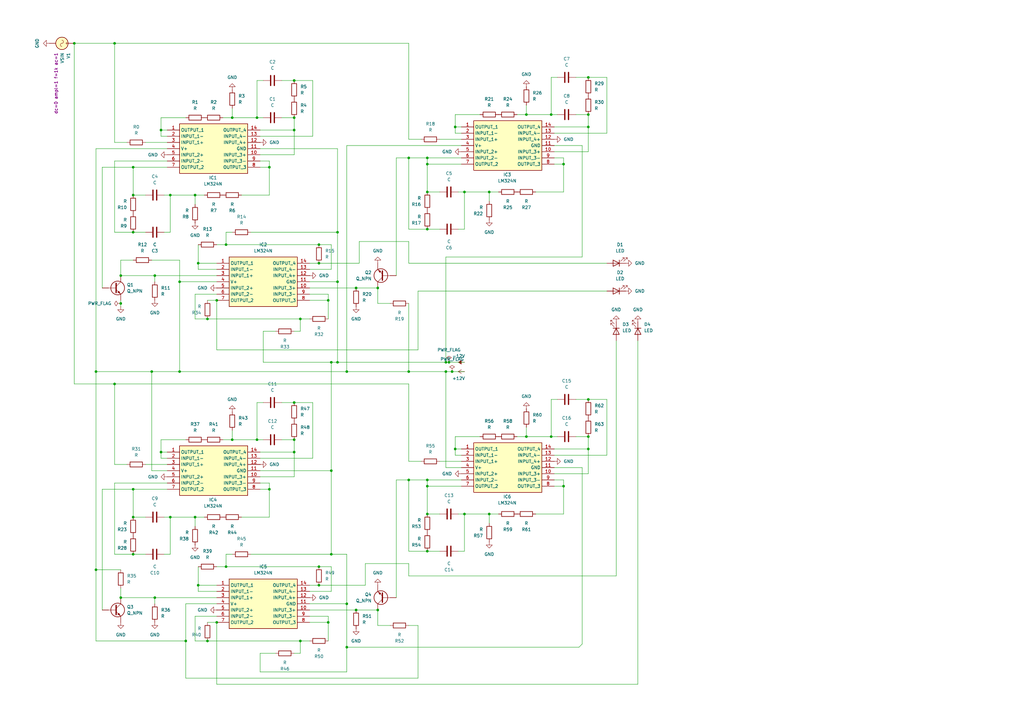
<source format=kicad_sch>
(kicad_sch (version 20250114) (generator "eeschema") (generator_version "9.0")
  (paper "A3")
  (junction (at 46.99 157.48))
  (junction (at 200.66 78.74))
  (junction (at 231.14 67.31))
  (junction (at 154.94 118.11))
  (junction (at 134.62 255.27))
  (junction (at 154.94 250.19))
  (junction (at 241.3 31.75))
  (junction (at 241.3 163.83))
  (junction (at 88.9 255.27))
  (junction (at 226.06 46.99))
  (junction (at 215.9 46.99))
  (junction (at 175.26 67.31))
  (junction (at 110.49 200.66))
  (junction (at 184.15 148.59))
  (junction (at 46.99 17.78))
  (junction (at 241.3 184.15))
  (junction (at 226.06 179.07))
  (junction (at 110.49 68.58))
  (junction (at 81.28 240.03))
  (junction (at 186.69 52.07))
  (junction (at 120.65 185.42))
  (junction (at 63.5 245.11))
  (junction (at 186.69 184.15))
  (junction (at 95.25 48.26))
  (junction (at 135.89 193.04))
  (junction (at 146.05 118.11))
  (junction (at 215.9 179.07))
  (junction (at 54.61 95.25))
  (junction (at 39.37 152.4))
  (junction (at 142.24 247.65))
  (junction (at 142.24 152.4))
  (junction (at 120.65 180.34))
  (junction (at 66.04 53.34))
  (junction (at 175.26 93.98))
  (junction (at 185.42 152.4))
  (junction (at 123.19 130.81))
  (junction (at 123.19 262.89))
  (junction (at 92.71 232.41))
  (junction (at 135.89 148.59))
  (junction (at 54.61 212.09))
  (junction (at 167.64 64.77))
  (junction (at 241.3 46.99))
  (junction (at 54.61 68.58))
  (junction (at 175.26 226.06))
  (junction (at 130.81 107.95))
  (junction (at 88.9 123.19))
  (junction (at 62.23 152.4))
  (junction (at 190.5 78.74))
  (junction (at 49.53 245.11))
  (junction (at 85.09 262.89))
  (junction (at 73.66 152.4))
  (junction (at 130.81 232.41))
  (junction (at 175.26 199.39))
  (junction (at 175.26 196.85))
  (junction (at 80.01 80.01))
  (junction (at 66.04 185.42))
  (junction (at 182.88 148.59))
  (junction (at 175.26 64.77))
  (junction (at 120.65 48.26))
  (junction (at 146.05 250.19))
  (junction (at 80.01 212.09))
  (junction (at 241.3 52.07))
  (junction (at 76.2 262.89))
  (junction (at 120.65 53.34))
  (junction (at 130.81 100.33))
  (junction (at 182.88 152.4))
  (junction (at 175.26 210.82))
  (junction (at 49.53 124.46))
  (junction (at 120.65 165.1))
  (junction (at 54.61 227.33))
  (junction (at 142.24 265.43))
  (junction (at 138.43 115.57))
  (junction (at 69.85 80.01))
  (junction (at 105.41 48.26))
  (junction (at 54.61 200.66))
  (junction (at 63.5 113.03))
  (junction (at 167.64 196.85))
  (junction (at 105.41 180.34))
  (junction (at 138.43 148.59))
  (junction (at 120.65 33.02))
  (junction (at 175.26 78.74))
  (junction (at 49.53 113.03))
  (junction (at 54.61 80.01))
  (junction (at 73.66 115.57))
  (junction (at 231.14 199.39))
  (junction (at 135.89 227.33))
  (junction (at 241.3 179.07))
  (junction (at 134.62 123.19))
  (junction (at 95.25 180.34))
  (junction (at 167.64 152.4))
  (junction (at 190.5 210.82))
  (junction (at 92.71 100.33))
  (junction (at 39.37 233.68))
  (junction (at 30.48 17.78))
  (junction (at 85.09 130.81))
  (junction (at 138.43 95.25))
  (junction (at 69.85 212.09))
  (junction (at 130.81 240.03))
  (junction (at 81.28 107.95))
  (junction (at 200.66 210.82))
  (wire (pts (xy 227.33 59.69) (xy 238.76 59.69)))
  (wire (pts (xy 106.68 53.34) (xy 120.65 53.34)))
  (wire (pts (xy 105.41 33.02) (xy 105.41 48.26)))
  (wire (pts (xy 76.2 247.65) (xy 88.9 247.65)))
  (wire (pts (xy 227.33 199.39) (xy 231.14 199.39)))
  (wire (pts (xy 69.85 95.25) (xy 69.85 80.01)))
  (wire (pts (xy 231.14 196.85) (xy 231.14 199.39)))
  (wire (pts (xy 62.23 152.4) (xy 62.23 193.04)))
  (wire (pts (xy 46.99 157.48) (xy 46.99 190.5)))
  (wire (pts (xy 226.06 31.75) (xy 228.6 31.75)))
  (wire (pts (xy 175.26 64.77) (xy 175.26 67.31)))
  (wire (pts (xy 76.2 262.89) (xy 76.2 278.13)))
  (wire (pts (xy 54.61 200.66) (xy 54.61 212.09)))
  (wire (pts (xy 66.04 48.26) (xy 76.2 48.26)))
  (wire (pts (xy 88.9 280.67) (xy 261.62 280.67)))
  (wire (pts (xy 127 242.57) (xy 135.89 242.57)))
  (wire (pts (xy 138.43 115.57) (xy 138.43 148.59)))
  (wire (pts (xy 175.26 196.85) (xy 175.26 199.39)))
  (wire (pts (xy 46.99 198.12) (xy 68.58 198.12)))
  (wire (pts (xy 190.5 78.74) (xy 187.96 78.74)))
  (wire (pts (xy 171.45 119.38) (xy 248.92 119.38)))
  (wire (pts (xy 212.09 179.07) (xy 215.9 179.07)))
  (wire (pts (xy 128.27 165.1) (xy 128.27 187.96)))
  (wire (pts (xy 200.66 214.63) (xy 200.66 210.82)))
  (wire (pts (xy 81.28 240.03) (xy 88.9 240.03)))
  (wire (pts (xy 127 262.89) (xy 123.19 262.89)))
  (wire (pts (xy 175.26 226.06) (xy 167.64 226.06)))
  (wire (pts (xy 190.5 226.06) (xy 190.5 210.82)))
  (wire (pts (xy 231.14 64.77) (xy 231.14 67.31)))
  (wire (pts (xy 241.3 184.15) (xy 241.3 194.31)))
  (wire (pts (xy 49.53 245.11) (xy 63.5 245.11)))
  (wire (pts (xy 99.06 212.09) (xy 110.49 212.09)))
  (wire (pts (xy 88.9 255.27) (xy 88.9 280.67)))
  (wire (pts (xy 204.47 78.74) (xy 200.66 78.74)))
  (wire (pts (xy 154.94 124.46) (xy 160.02 124.46)))
  (wire (pts (xy 227.33 64.77) (xy 231.14 64.77)))
  (wire (pts (xy 49.53 113.03) (xy 63.5 113.03)))
  (wire (pts (xy 46.99 58.42) (xy 52.07 58.42)))
  (wire (pts (xy 135.89 148.59) (xy 138.43 148.59)))
  (wire (pts (xy 54.61 227.33) (xy 46.99 227.33)))
  (wire (pts (xy 49.53 124.46) (xy 49.53 123.19)))
  (wire (pts (xy 186.69 46.99) (xy 186.69 52.07)))
  (wire (pts (xy 175.26 196.85) (xy 189.23 196.85)))
  (wire (pts (xy 138.43 60.96) (xy 138.43 95.25)))
  (wire (pts (xy 167.64 231.14) (xy 167.64 236.22)))
  (wire (pts (xy 123.19 130.81) (xy 85.09 130.81)))
  (wire (pts (xy 127 247.65) (xy 142.24 247.65)))
  (wire (pts (xy 63.5 247.65) (xy 63.5 245.11)))
  (wire (pts (xy 69.85 212.09) (xy 67.31 212.09)))
  (wire (pts (xy 227.33 196.85) (xy 231.14 196.85)))
  (wire (pts (xy 83.82 80.01) (xy 80.01 80.01)))
  (wire (pts (xy 106.68 195.58) (xy 120.65 195.58)))
  (wire (pts (xy 227.33 62.23) (xy 241.3 62.23)))
  (wire (pts (xy 63.5 113.03) (xy 88.9 113.03)))
  (wire (pts (xy 154.94 118.11) (xy 146.05 118.11)))
  (wire (pts (xy 167.64 196.85) (xy 175.26 196.85)))
  (wire (pts (xy 135.89 232.41) (xy 135.89 242.57)))
  (wire (pts (xy 149.86 231.14) (xy 167.64 231.14)))
  (wire (pts (xy 106.68 66.04) (xy 110.49 66.04)))
  (wire (pts (xy 39.37 152.4) (xy 39.37 233.68)))
  (wire (pts (xy 231.14 67.31) (xy 231.14 78.74)))
  (wire (pts (xy 236.22 163.83) (xy 241.3 163.83)))
  (wire (pts (xy 182.88 105.41) (xy 182.88 148.59)))
  (wire (pts (xy 107.95 135.89) (xy 113.03 135.89)))
  (wire (pts (xy 62.23 106.68) (xy 73.66 106.68)))
  (wire (pts (xy 227.33 52.07) (xy 241.3 52.07)))
  (wire (pts (xy 62.23 152.4) (xy 73.66 152.4)))
  (wire (pts (xy 186.69 54.61) (xy 189.23 54.61)))
  (wire (pts (xy 95.25 44.45) (xy 95.25 48.26)))
  (wire (pts (xy 167.64 124.46) (xy 167.64 152.4)))
  (wire (pts (xy 212.09 46.99) (xy 215.9 46.99)))
  (wire (pts (xy 123.19 267.97) (xy 123.19 262.89)))
  (wire (pts (xy 39.37 233.68) (xy 39.37 262.89)))
  (wire (pts (xy 30.48 157.48) (xy 46.99 157.48)))
  (wire (pts (xy 226.06 179.07) (xy 228.6 179.07)))
  (wire (pts (xy 41.91 68.58) (xy 41.91 118.11)))
  (wire (pts (xy 63.5 115.57) (xy 63.5 113.03)))
  (wire (pts (xy 200.66 78.74) (xy 190.5 78.74)))
  (wire (pts (xy 115.57 165.1) (xy 120.65 165.1)))
  (wire (pts (xy 88.9 123.19) (xy 85.09 123.19)))
  (wire (pts (xy 106.68 68.58) (xy 110.49 68.58)))
  (wire (pts (xy 227.33 67.31) (xy 231.14 67.31)))
  (wire (pts (xy 127 240.03) (xy 130.81 240.03)))
  (wire (pts (xy 54.61 95.25) (xy 46.99 95.25)))
  (wire (pts (xy 92.71 95.25) (xy 95.25 95.25)))
  (wire (pts (xy 134.62 130.81) (xy 134.62 123.19)))
  (wire (pts (xy 252.73 236.22) (xy 252.73 139.7)))
  (wire (pts (xy 167.64 64.77) (xy 175.26 64.77)))
  (wire (pts (xy 135.89 148.59) (xy 135.89 193.04)))
  (wire (pts (xy 162.56 64.77) (xy 167.64 64.77)))
  (wire (pts (xy 88.9 123.19) (xy 88.9 143.51)))
  (wire (pts (xy 105.41 48.26) (xy 107.95 48.26)))
  (wire (pts (xy 248.92 163.83) (xy 248.92 186.69)))
  (wire (pts (xy 236.22 31.75) (xy 241.3 31.75)))
  (wire (pts (xy 134.62 255.27) (xy 134.62 252.73)))
  (wire (pts (xy 167.64 189.23) (xy 172.72 189.23)))
  (wire (pts (xy 130.81 100.33) (xy 135.89 100.33)))
  (wire (pts (xy 81.28 107.95) (xy 81.28 110.49)))
  (wire (pts (xy 147.32 99.06) (xy 167.64 99.06)))
  (wire (pts (xy 186.69 179.07) (xy 186.69 184.15)))
  (wire (pts (xy 167.64 17.78) (xy 46.99 17.78)))
  (wire (pts (xy 226.06 46.99) (xy 228.6 46.99)))
  (wire (pts (xy 128.27 33.02) (xy 128.27 55.88)))
  (wire (pts (xy 105.41 165.1) (xy 107.95 165.1)))
  (wire (pts (xy 127 130.81) (xy 123.19 130.81)))
  (wire (pts (xy 215.9 46.99) (xy 226.06 46.99)))
  (wire (pts (xy 59.69 58.42) (xy 68.58 58.42)))
  (wire (pts (xy 162.56 64.77) (xy 162.56 113.03)))
  (wire (pts (xy 227.33 54.61) (xy 248.92 54.61)))
  (wire (pts (xy 123.19 135.89) (xy 120.65 135.89)))
  (wire (pts (xy 138.43 95.25) (xy 138.43 115.57)))
  (wire (pts (xy 80.01 262.89) (xy 80.01 252.73)))
  (wire (pts (xy 186.69 184.15) (xy 186.69 186.69)))
  (wire (pts (xy 186.69 52.07) (xy 189.23 52.07)))
  (wire (pts (xy 54.61 68.58) (xy 54.61 80.01)))
  (wire (pts (xy 167.64 64.77) (xy 167.64 93.98)))
  (wire (pts (xy 142.24 152.4) (xy 167.64 152.4)))
  (wire (pts (xy 227.33 194.31) (xy 241.3 194.31)))
  (wire (pts (xy 81.28 110.49) (xy 88.9 110.49)))
  (wire (pts (xy 76.2 278.13) (xy 171.45 278.13)))
  (wire (pts (xy 171.45 119.38) (xy 171.45 143.51)))
  (wire (pts (xy 110.49 66.04) (xy 110.49 68.58)))
  (wire (pts (xy 105.41 180.34) (xy 107.95 180.34)))
  (wire (pts (xy 73.66 106.68) (xy 73.66 115.57)))
  (wire (pts (xy 171.45 256.54) (xy 171.45 278.13)))
  (wire (pts (xy 167.64 17.78) (xy 167.64 57.15)))
  (wire (pts (xy 167.64 107.95) (xy 248.92 107.95)))
  (wire (pts (xy 95.25 48.26) (xy 105.41 48.26)))
  (wire (pts (xy 66.04 180.34) (xy 66.04 185.42)))
  (wire (pts (xy 184.15 148.59) (xy 190.5 148.59)))
  (wire (pts (xy 91.44 48.26) (xy 95.25 48.26)))
  (wire (pts (xy 106.68 193.04) (xy 135.89 193.04)))
  (wire (pts (xy 59.69 227.33) (xy 54.61 227.33)))
  (wire (pts (xy 219.71 210.82) (xy 231.14 210.82)))
  (wire (pts (xy 46.99 190.5) (xy 52.07 190.5)))
  (wire (pts (xy 186.69 184.15) (xy 189.23 184.15)))
  (wire (pts (xy 120.65 48.26) (xy 120.65 53.34)))
  (wire (pts (xy 88.9 143.51) (xy 171.45 143.51)))
  (wire (pts (xy 59.69 80.01) (xy 54.61 80.01)))
  (wire (pts (xy 215.9 179.07) (xy 226.06 179.07)))
  (wire (pts (xy 88.9 252.73) (xy 80.01 252.73)))
  (wire (pts (xy 30.48 17.78) (xy 46.99 17.78)))
  (wire (pts (xy 115.57 33.02) (xy 120.65 33.02)))
  (wire (pts (xy 95.25 180.34) (xy 105.41 180.34)))
  (wire (pts (xy 88.9 255.27) (xy 85.09 255.27)))
  (wire (pts (xy 115.57 48.26) (xy 120.65 48.26)))
  (wire (pts (xy 162.56 196.85) (xy 162.56 245.11)))
  (wire (pts (xy 154.94 250.19) (xy 146.05 250.19)))
  (wire (pts (xy 106.68 198.12) (xy 110.49 198.12)))
  (wire (pts (xy 92.71 95.25) (xy 92.71 100.33)))
  (wire (pts (xy 182.88 152.4) (xy 182.88 191.77)))
  (wire (pts (xy 238.76 191.77) (xy 238.76 264.16)))
  (wire (pts (xy 175.26 67.31) (xy 189.23 67.31)))
  (wire (pts (xy 81.28 232.41) (xy 81.28 240.03)))
  (wire (pts (xy 39.37 60.96) (xy 68.58 60.96)))
  (wire (pts (xy 120.65 53.34) (xy 120.65 63.5)))
  (wire (pts (xy 204.47 210.82) (xy 200.66 210.82)))
  (wire (pts (xy 73.66 152.4) (xy 142.24 152.4)))
  (wire (pts (xy 175.26 199.39) (xy 175.26 210.82)))
  (wire (pts (xy 102.87 95.25) (xy 138.43 95.25)))
  (wire (pts (xy 241.3 179.07) (xy 241.3 184.15)))
  (wire (pts (xy 106.68 267.97) (xy 113.03 267.97)))
  (wire (pts (xy 92.71 227.33) (xy 92.71 232.41)))
  (wire (pts (xy 59.69 190.5) (xy 68.58 190.5)))
  (wire (pts (xy 190.5 93.98) (xy 187.96 93.98)))
  (wire (pts (xy 76.2 262.89) (xy 76.2 247.65)))
  (wire (pts (xy 83.82 212.09) (xy 80.01 212.09)))
  (wire (pts (xy 186.69 179.07) (xy 196.85 179.07)))
  (wire (pts (xy 135.89 227.33) (xy 142.24 227.33)))
  (wire (pts (xy 99.06 80.01) (xy 110.49 80.01)))
  (wire (pts (xy 134.62 252.73) (xy 127 252.73)))
  (wire (pts (xy 62.23 193.04) (xy 68.58 193.04)))
  (wire (pts (xy 127 110.49) (xy 135.89 110.49)))
  (wire (pts (xy 236.22 179.07) (xy 241.3 179.07)))
  (wire (pts (xy 39.37 233.68) (xy 49.53 233.68)))
  (wire (pts (xy 106.68 275.59) (xy 106.68 267.97)))
  (wire (pts (xy 92.71 227.33) (xy 95.25 227.33)))
  (wire (pts (xy 135.89 100.33) (xy 135.89 110.49)))
  (wire (pts (xy 59.69 212.09) (xy 54.61 212.09)))
  (wire (pts (xy 227.33 184.15) (xy 241.3 184.15)))
  (wire (pts (xy 241.3 163.83) (xy 248.92 163.83)))
  (wire (pts (xy 59.69 95.25) (xy 54.61 95.25)))
  (wire (pts (xy 142.24 275.59) (xy 106.68 275.59)))
  (wire (pts (xy 154.94 256.54) (xy 160.02 256.54)))
  (wire (pts (xy 182.88 148.59) (xy 184.15 148.59)))
  (wire (pts (xy 106.68 185.42) (xy 120.65 185.42)))
  (wire (pts (xy 134.62 120.65) (xy 127 120.65)))
  (wire (pts (xy 95.25 176.53) (xy 95.25 180.34)))
  (wire (pts (xy 237.49 265.43) (xy 238.76 264.16)))
  (wire (pts (xy 135.89 193.04) (xy 135.89 227.33)))
  (wire (pts (xy 130.81 107.95) (xy 147.32 107.95)))
  (wire (pts (xy 180.34 57.15) (xy 189.23 57.15)))
  (wire (pts (xy 175.26 93.98) (xy 167.64 93.98)))
  (wire (pts (xy 134.62 123.19) (xy 127 123.19)))
  (wire (pts (xy 134.62 255.27) (xy 127 255.27)))
  (wire (pts (xy 63.5 245.11) (xy 88.9 245.11)))
  (wire (pts (xy 81.28 240.03) (xy 81.28 242.57)))
  (wire (pts (xy 30.48 17.78) (xy 30.48 157.48)))
  (wire (pts (xy 49.53 241.3) (xy 49.53 245.11)))
  (wire (pts (xy 182.88 105.41) (xy 238.76 105.41)))
  (wire (pts (xy 167.64 157.48) (xy 167.64 189.23)))
  (wire (pts (xy 66.04 48.26) (xy 66.04 53.34)))
  (wire (pts (xy 231.14 199.39) (xy 231.14 210.82)))
  (wire (pts (xy 66.04 53.34) (xy 68.58 53.34)))
  (wire (pts (xy 91.44 180.34) (xy 95.25 180.34)))
  (wire (pts (xy 138.43 148.59) (xy 182.88 148.59)))
  (wire (pts (xy 81.28 242.57) (xy 88.9 242.57)))
  (wire (pts (xy 142.24 227.33) (xy 142.24 247.65)))
  (wire (pts (xy 80.01 212.09) (xy 69.85 212.09)))
  (wire (pts (xy 215.9 175.26) (xy 215.9 179.07)))
  (wire (pts (xy 92.71 100.33) (xy 130.81 100.33)))
  (wire (pts (xy 241.3 31.75) (xy 248.92 31.75)))
  (wire (pts (xy 46.99 17.78) (xy 46.99 58.42)))
  (wire (pts (xy 147.32 99.06) (xy 147.32 107.95)))
  (wire (pts (xy 88.9 120.65) (xy 80.01 120.65)))
  (wire (pts (xy 261.62 139.7) (xy 261.62 280.67)))
  (wire (pts (xy 54.61 68.58) (xy 68.58 68.58)))
  (wire (pts (xy 175.26 199.39) (xy 189.23 199.39)))
  (wire (pts (xy 39.37 262.89) (xy 76.2 262.89)))
  (wire (pts (xy 227.33 186.69) (xy 248.92 186.69)))
  (wire (pts (xy 167.64 157.48) (xy 46.99 157.48)))
  (wire (pts (xy 106.68 60.96) (xy 138.43 60.96)))
  (wire (pts (xy 227.33 191.77) (xy 238.76 191.77)))
  (wire (pts (xy 130.81 232.41) (xy 135.89 232.41)))
  (wire (pts (xy 120.65 165.1) (xy 128.27 165.1)))
  (wire (pts (xy 110.49 198.12) (xy 110.49 200.66)))
  (wire (pts (xy 134.62 262.89) (xy 134.62 255.27)))
  (wire (pts (xy 81.28 100.33) (xy 81.28 107.95)))
  (wire (pts (xy 46.99 66.04) (xy 46.99 95.25)))
  (wire (pts (xy 105.41 33.02) (xy 107.95 33.02)))
  (wire (pts (xy 73.66 115.57) (xy 88.9 115.57)))
  (wire (pts (xy 186.69 186.69) (xy 189.23 186.69)))
  (wire (pts (xy 120.65 33.02) (xy 128.27 33.02)))
  (wire (pts (xy 49.53 106.68) (xy 49.53 113.03)))
  (wire (pts (xy 190.5 210.82) (xy 187.96 210.82)))
  (wire (pts (xy 66.04 55.88) (xy 68.58 55.88)))
  (wire (pts (xy 41.91 200.66) (xy 54.61 200.66)))
  (wire (pts (xy 180.34 189.23) (xy 189.23 189.23)))
  (wire (pts (xy 167.64 256.54) (xy 171.45 256.54)))
  (wire (pts (xy 106.68 55.88) (xy 128.27 55.88)))
  (wire (pts (xy 54.61 200.66) (xy 68.58 200.66)))
  (wire (pts (xy 92.71 232.41) (xy 130.81 232.41)))
  (wire (pts (xy 182.88 191.77) (xy 189.23 191.77)))
  (wire (pts (xy 107.95 148.59) (xy 135.89 148.59)))
  (wire (pts (xy 200.66 210.82) (xy 190.5 210.82)))
  (wire (pts (xy 110.49 200.66) (xy 110.49 212.09)))
  (wire (pts (xy 110.49 68.58) (xy 110.49 80.01)))
  (wire (pts (xy 142.24 247.65) (xy 142.24 265.43)))
  (wire (pts (xy 123.19 135.89) (xy 123.19 130.81)))
  (wire (pts (xy 167.64 236.22) (xy 252.73 236.22)))
  (wire (pts (xy 66.04 185.42) (xy 68.58 185.42)))
  (wire (pts (xy 180.34 210.82) (xy 175.26 210.82)))
  (wire (pts (xy 142.24 59.69) (xy 142.24 152.4)))
  (wire (pts (xy 215.9 43.18) (xy 215.9 46.99)))
  (wire (pts (xy 127 250.19) (xy 146.05 250.19)))
  (wire (pts (xy 120.65 180.34) (xy 120.65 185.42)))
  (wire (pts (xy 142.24 265.43) (xy 237.49 265.43)))
  (wire (pts (xy 167.64 99.06) (xy 167.64 107.95)))
  (wire (pts (xy 66.04 180.34) (xy 76.2 180.34)))
  (wire (pts (xy 180.34 78.74) (xy 175.26 78.74)))
  (wire (pts (xy 175.26 64.77) (xy 189.23 64.77)))
  (wire (pts (xy 182.88 152.4) (xy 185.42 152.4)))
  (wire (pts (xy 127 115.57) (xy 138.43 115.57)))
  (wire (pts (xy 190.5 93.98) (xy 190.5 78.74)))
  (wire (pts (xy 162.56 196.85) (xy 167.64 196.85)))
  (wire (pts (xy 167.64 196.85) (xy 167.64 226.06)))
  (wire (pts (xy 226.06 163.83) (xy 226.06 179.07)))
  (wire (pts (xy 127 118.11) (xy 146.05 118.11)))
  (wire (pts (xy 69.85 227.33) (xy 67.31 227.33)))
  (wire (pts (xy 66.04 53.34) (xy 66.04 55.88)))
  (wire (pts (xy 46.99 198.12) (xy 46.99 227.33)))
  (wire (pts (xy 88.9 232.41) (xy 92.71 232.41)))
  (wire (pts (xy 154.94 124.46) (xy 154.94 118.11)))
  (wire (pts (xy 106.68 200.66) (xy 110.49 200.66)))
  (wire (pts (xy 149.86 231.14) (xy 149.86 240.03)))
  (wire (pts (xy 106.68 187.96) (xy 128.27 187.96)))
  (wire (pts (xy 186.69 52.07) (xy 186.69 54.61)))
  (wire (pts (xy 190.5 226.06) (xy 187.96 226.06)))
  (wire (pts (xy 81.28 107.95) (xy 88.9 107.95)))
  (wire (pts (xy 88.9 100.33) (xy 92.71 100.33)))
  (wire (pts (xy 106.68 63.5) (xy 120.65 63.5)))
  (wire (pts (xy 80.01 83.82) (xy 80.01 80.01)))
  (wire (pts (xy 46.99 66.04) (xy 68.58 66.04)))
  (wire (pts (xy 167.64 152.4) (xy 182.88 152.4)))
  (wire (pts (xy 226.06 163.83) (xy 228.6 163.83)))
  (wire (pts (xy 127 107.95) (xy 130.81 107.95)))
  (wire (pts (xy 226.06 31.75) (xy 226.06 46.99)))
  (wire (pts (xy 142.24 59.69) (xy 189.23 59.69)))
  (wire (pts (xy 69.85 227.33) (xy 69.85 212.09)))
  (wire (pts (xy 154.94 256.54) (xy 154.94 250.19)))
  (wire (pts (xy 167.64 57.15) (xy 172.72 57.15)))
  (wire (pts (xy 80.01 130.81) (xy 80.01 120.65)))
  (wire (pts (xy 41.91 68.58) (xy 54.61 68.58)))
  (wire (pts (xy 123.19 267.97) (xy 120.65 267.97)))
  (wire (pts (xy 80.01 215.9) (xy 80.01 212.09)))
  (wire (pts (xy 219.71 78.74) (xy 231.14 78.74)))
  (wire (pts (xy 200.66 82.55) (xy 200.66 78.74)))
  (wire (pts (xy 241.3 46.99) (xy 241.3 52.07)))
  (wire (pts (xy 80.01 80.01) (xy 69.85 80.01)))
  (wire (pts (xy 120.65 185.42) (xy 120.65 195.58)))
  (wire (pts (xy 185.42 152.4) (xy 190.5 152.4)))
  (wire (pts (xy 49.53 125.73) (xy 49.53 124.46)))
  (wire (pts (xy 69.85 80.01) (xy 67.31 80.01)))
  (wire (pts (xy 69.85 95.25) (xy 67.31 95.25)))
  (wire (pts (xy 39.37 152.4) (xy 62.23 152.4)))
  (wire (pts (xy 41.91 200.66) (xy 41.91 250.19)))
  (wire (pts (xy 175.26 67.31) (xy 175.26 78.74)))
  (wire (pts (xy 180.34 93.98) (xy 175.26 93.98)))
  (wire (pts (xy 107.95 135.89) (xy 107.95 148.59)))
  (wire (pts (xy 180.34 226.06) (xy 175.26 226.06)))
  (wire (pts (xy 123.19 262.89) (xy 85.09 262.89)))
  (wire (pts (xy 130.81 240.03) (xy 149.86 240.03)))
  (wire (pts (xy 39.37 60.96) (xy 39.37 152.4)))
  (wire (pts (xy 134.62 123.19) (xy 134.62 120.65)))
  (wire (pts (xy 105.41 165.1) (xy 105.41 180.34)))
  (wire (pts (xy 102.87 227.33) (xy 135.89 227.33)))
  (wire (pts (xy 186.69 46.99) (xy 196.85 46.99)))
  (wire (pts (xy 115.57 180.34) (xy 120.65 180.34)))
  (wire (pts (xy 238.76 59.69) (xy 238.76 105.41)))
  (wire (pts (xy 236.22 46.99) (xy 241.3 46.99)))
  (wire (pts (xy 248.92 31.75) (xy 248.92 54.61)))
  (wire (pts (xy 66.04 187.96) (xy 68.58 187.96)))
  (wire (pts (xy 66.04 185.42) (xy 66.04 187.96)))
  (wire (pts (xy 49.53 106.68) (xy 54.61 106.68)))
  (wire (pts (xy 241.3 52.07) (xy 241.3 62.23)))
  (wire (pts (xy 85.09 130.81) (xy 80.01 130.81)))
  (wire (pts (xy 85.09 262.89) (xy 80.01 262.89)))
  (wire (pts (xy 142.24 265.43) (xy 142.24 275.59)))
  (wire (pts (xy 73.66 115.57) (xy 73.66 152.4)))
  (symbol (lib_id "Device:R") (at 176.53 189.23 90) (unit 1)
    (property "Reference" "R55" (at 176.53 182.88 90))
    (property "Value" "R" (at 176.53 185.42 90))
    (property "Footprint" "Resistor_SMD:R_0603_1608Metric" (effects (hide yes)))
    (property "Description" "Resistor" (effects (hide yes)))
  )
  (symbol (lib_id "Device:R") (at 200.66 46.99 90) (unit 1)
    (property "Reference" "R21" (at 200.66 40.64 90))
    (property "Value" "R" (at 200.66 43.18 90))
    (property "Footprint" "Resistor_SMD:R_0603_1608Metric" (effects (hide yes)))
    (property "Description" "Resistor" (effects (hide yes)))
  )
  (symbol (lib_id "New_Library:LM324N") (at 88.9 240.03 0) (unit 1)
    (property "Reference" "IC5" (at 107.95 232.41 0))
    (property "Value" "LM324N" (at 107.95 234.95 0))
    (property "Footprint" "Project1:LM324N" (effects (hide yes)))
    (property "Datasheet" "http://www.ti.com/lit/ds/symlink/lm324-n.pdf" (effects (hide yes)))
    (property "Description" "OP Amp Quad GP 16V/32V 14-Pin PDIP Texas Instruments LM324N, Quad Op Amp, 1.2MHz, 5-28 V, 14-Pin PDIP" (effects (hide yes)))
    (property "Height" "5.334" (effects (hide yes)))
    (property "Mouser Part Number" "595-LM324N" (effects (hide yes)))
    (property "Mouser Price/Stock" "https://www.mouser.co.uk/ProductDetail/Texas-Instruments/LM324N?qs=VolsR0DjNPqtt3qB38bTqw%3D%3D" (effects (hide yes)))
    (property "Manufacturer_Name" "Texas Instruments" (effects (hide yes)))
    (property "Manufacturer_Part_Number" "LM324N" (effects (hide yes)))
  )
  (symbol (lib_id "power:GND") (at 95.25 168.91 180) (unit 1)
    (property "Reference" "#PWR021" (effects (hide yes)))
    (property "Value" "GND" (at 95.25 163.83 0))
    (property "Description" "Power symbol creates a global label with name \"GND\" , ground" (effects (hide yes)))
  )
  (symbol (lib_id "Device:C") (at 232.41 31.75 90) (unit 1)
    (property "Reference" "C7" (at 232.41 24.13 90))
    (property "Value" "C" (at 232.41 26.67 90))
    (property "Footprint" "Capacitor_SMD:C_0603_1608Metric" (effects (hide yes)))
    (property "Description" "Unpolarized capacitor" (effects (hide yes)))
  )
  (symbol (lib_id "Device:R") (at 200.66 86.36 0) (unit 1)
    (property "Reference" "R22" (at 198.12 87.6301 0) (effects (justify right)))
    (property "Value" "R" (at 198.12 85.0901 0) (effects (justify right)))
    (property "Footprint" "Resistor_SMD:R_0603_1608Metric" (effects (hide yes)))
    (property "Description" "Resistor" (effects (hide yes)))
  )
  (symbol (lib_id "power:GND") (at 227.33 57.15 90) (unit 1)
    (property "Reference" "#PWR011" (effects (hide yes)))
    (property "Value" "GND" (at 231.14 57.1499 90) (effects (justify right)))
    (property "Description" "Power symbol creates a global label with name \"GND\" , ground" (effects (hide yes)))
  )
  (symbol (lib_id "power:GND") (at 200.66 90.17 0) (unit 1)
    (property "Reference" "#PWR09" (effects (hide yes)))
    (property "Value" "GND" (at 200.66 95.25 0))
    (property "Description" "Power symbol creates a global label with name \"GND\" , ground" (effects (hide yes)))
  )
  (symbol (lib_id "Device:R") (at 116.84 135.89 270) (unit 1)
    (property "Reference" "R33" (at 116.84 142.24 90))
    (property "Value" "R" (at 116.84 139.7 90))
    (property "Footprint" "Resistor_SMD:R_0603_1608Metric" (effects (hide yes)))
    (property "Description" "Resistor" (effects (hide yes)))
  )
  (symbol (lib_id "Device:R") (at 241.3 35.56 0) (unit 1)
    (property "Reference" "R29" (at 243.84 34.2899 0) (effects (justify left)))
    (property "Value" "R" (at 243.84 36.8299 0) (effects (justify left)))
    (property "Footprint" "Resistor_SMD:R_0603_1608Metric" (effects (hide yes)))
    (property "Description" "Resistor" (effects (hide yes)))
  )
  (symbol (lib_id "Device:R") (at 130.81 262.89 90) (unit 1)
    (property "Reference" "R50" (at 130.81 269.24 90))
    (property "Value" "R" (at 130.81 266.7 90))
    (property "Footprint" "Resistor_SMD:R_0603_1608Metric" (effects (hide yes)))
    (property "Description" "Resistor" (effects (hide yes)))
  )
  (symbol (lib_id "Device:LED") (at 261.62 135.89 270) (unit 1)
    (property "Reference" "D4" (at 264.16 133.0324 90) (effects (justify left)))
    (property "Value" "LED" (at 264.16 135.5724 90) (effects (justify left)))
    (property "Footprint" "LED_THT:LED_D3.0mm" (effects (hide yes)))
    (property "Description" "Light emitting diode" (effects (hide yes)))
    (property "Sim.Pins" "1=K 2=A" (effects (hide yes)))
  )
  (symbol (lib_id "Device:R") (at 146.05 254 0) (unit 1)
    (property "Reference" "R51" (at 148.59 252.7299 0) (effects (justify left)))
    (property "Value" "R" (at 148.59 255.2699 0) (effects (justify left)))
    (property "Footprint" "Resistor_SMD:R_0603_1608Metric" (effects (hide yes)))
    (property "Description" "Resistor" (effects (hide yes)))
  )
  (symbol (lib_id "Device:R") (at 241.3 43.18 0) (unit 1)
    (property "Reference" "R30" (at 243.84 41.9099 0) (effects (justify left)))
    (property "Value" "R" (at 243.84 44.4499 0) (effects (justify left)))
    (property "Footprint" "Resistor_SMD:R_0603_1608Metric" (effects (hide yes)))
    (property "Description" "Resistor" (effects (hide yes)))
  )
  (symbol (lib_id "Device:C") (at 111.76 33.02 90) (unit 1)
    (property "Reference" "C2" (at 111.76 25.4 90))
    (property "Value" "C" (at 111.76 27.94 90))
    (property "Footprint" "Capacitor_SMD:C_0603_1608Metric" (effects (hide yes)))
    (property "Description" "Unpolarized capacitor" (effects (hide yes)))
  )
  (symbol (lib_id "Device:R") (at 208.28 78.74 270) (unit 1)
    (property "Reference" "R25" (at 208.28 85.09 90))
    (property "Value" "R" (at 208.28 82.55 90))
    (property "Footprint" "Resistor_SMD:R_0603_1608Metric" (effects (hide yes)))
    (property "Description" "Resistor" (effects (hide yes)))
  )
  (symbol (lib_id "Device:R") (at 130.81 130.81 90) (unit 1)
    (property "Reference" "R32" (at 130.81 137.16 90))
    (property "Value" "R" (at 130.81 134.62 90))
    (property "Footprint" "Resistor_SMD:R_0603_1608Metric" (effects (hide yes)))
    (property "Description" "Resistor" (effects (hide yes)))
  )
  (symbol (lib_id "Device:C") (at 232.41 46.99 90) (unit 1)
    (property "Reference" "C8" (at 232.41 39.37 90))
    (property "Value" "C" (at 232.41 41.91 90))
    (property "Footprint" "Capacitor_SMD:C_0603_1608Metric" (effects (hide yes)))
    (property "Description" "Unpolarized capacitor" (effects (hide yes)))
  )
  (symbol (lib_id "Device:C") (at 63.5 80.01 90) (unit 1)
    (property "Reference" "C4" (at 63.5 72.39 90))
    (property "Value" "C" (at 63.5 74.93 90))
    (property "Footprint" "Capacitor_SMD:C_0603_1608Metric" (effects (hide yes)))
    (property "Description" "Unpolarized capacitor" (effects (hide yes)))
  )
  (symbol (lib_id "power:GND") (at 200.66 222.25 0) (unit 1)
    (property "Reference" "#PWR027" (effects (hide yes)))
    (property "Value" "GND" (at 200.66 227.33 0))
    (property "Description" "Power symbol creates a global label with name \"GND\" , ground" (effects (hide yes)))
  )
  (symbol (lib_id "power:GND") (at 227.33 189.23 90) (unit 1)
    (property "Reference" "#PWR029" (effects (hide yes)))
    (property "Value" "GND" (at 231.14 189.2299 90) (effects (justify right)))
    (property "Description" "Power symbol creates a global label with name \"GND\" , ground" (effects (hide yes)))
  )
  (symbol (lib_id "Device:R") (at 146.05 121.92 0) (unit 1)
    (property "Reference" "R20" (at 148.59 120.6499 0) (effects (justify left)))
    (property "Value" "R" (at 148.59 123.1899 0) (effects (justify left)))
    (property "Footprint" "Resistor_SMD:R_0603_1608Metric" (effects (hide yes)))
    (property "Description" "Resistor" (effects (hide yes)))
  )
  (symbol (lib_id "Device:R") (at 200.66 179.07 90) (unit 1)
    (property "Reference" "R56" (at 200.66 172.72 90))
    (property "Value" "R" (at 200.66 175.26 90))
    (property "Footprint" "Resistor_SMD:R_0603_1608Metric" (effects (hide yes)))
    (property "Description" "Resistor" (effects (hide yes)))
  )
  (symbol (lib_id "power:GND") (at 256.54 107.95 90) (unit 1)
    (property "Reference" "#PWR032" (effects (hide yes)))
    (property "Value" "GND" (at 260.35 107.9499 90) (effects (justify right)))
    (property "Description" "Power symbol creates a global label with name \"GND\" , ground" (effects (hide yes)))
  )
  (symbol (lib_id "New_Library:LM324N") (at 88.9 107.95 0) (unit 1)
    (property "Reference" "IC2" (at 107.95 100.33 0))
    (property "Value" "LM324N" (at 107.95 102.87 0))
    (property "Footprint" "Project1:LM324N" (effects (hide yes)))
    (property "Datasheet" "http://www.ti.com/lit/ds/symlink/lm324-n.pdf" (effects (hide yes)))
    (property "Description" "OP Amp Quad GP 16V/32V 14-Pin PDIP Texas Instruments LM324N, Quad Op Amp, 1.2MHz, 5-28 V, 14-Pin PDIP" (effects (hide yes)))
    (property "Height" "5.334" (effects (hide yes)))
    (property "Mouser Part Number" "595-LM324N" (effects (hide yes)))
    (property "Mouser Price/Stock" "https://www.mouser.co.uk/ProductDetail/Texas-Instruments/LM324N?qs=VolsR0DjNPqtt3qB38bTqw%3D%3D" (effects (hide yes)))
    (property "Manufacturer_Name" "Texas Instruments" (effects (hide yes)))
    (property "Manufacturer_Part_Number" "LM324N" (effects (hide yes)))
  )
  (symbol (lib_id "power:GND") (at 68.58 63.5 270) (unit 1)
    (property "Reference" "#PWR013" (effects (hide yes)))
    (property "Value" "GND" (at 64.77 63.4999 90) (effects (justify right)))
    (property "Description" "Power symbol creates a global label with name \"GND\" , ground" (effects (hide yes)))
  )
  (symbol (lib_id "power:GND") (at 146.05 257.81 0) (unit 1)
    (property "Reference" "#PWR024" (effects (hide yes)))
    (property "Value" "GND" (at 146.05 262.89 0))
    (property "Description" "Power symbol creates a global label with name \"GND\" , ground" (effects (hide yes)))
  )
  (symbol (lib_id "Device:C") (at 184.15 93.98 270) (unit 1)
    (property "Reference" "C6" (at 184.15 101.6 90))
    (property "Value" "C" (at 184.15 99.06 90))
    (property "Footprint" "Capacitor_SMD:C_0603_1608Metric" (effects (hide yes)))
    (property "Description" "Unpolarized capacitor" (effects (hide yes)))
  )
  (symbol (lib_id "Device:R") (at 58.42 106.68 90) (unit 1)
    (property "Reference" "R12" (at 58.42 100.33 90))
    (property "Value" "R" (at 58.42 102.87 90))
    (property "Footprint" "Resistor_SMD:R_0603_1608Metric" (effects (hide yes)))
    (property "Description" "Resistor" (effects (hide yes)))
  )
  (symbol (lib_id "Device:R") (at 215.9 78.74 270) (unit 1)
    (property "Reference" "R27" (at 215.9 85.09 90))
    (property "Value" "R" (at 215.9 82.55 90))
    (property "Footprint" "Resistor_SMD:R_0603_1608Metric" (effects (hide yes)))
    (property "Description" "Resistor" (effects (hide yes)))
  )
  (symbol (lib_id "Device:R") (at 208.28 179.07 90) (unit 1)
    (property "Reference" "R58" (at 208.28 172.72 90))
    (property "Value" "R" (at 208.28 175.26 90))
    (property "Footprint" "Resistor_SMD:R_0603_1608Metric" (effects (hide yes)))
    (property "Description" "Resistor" (effects (hide yes)))
  )
  (symbol (lib_id "power:-12V") (at 190.5 148.59 90) (unit 1)
    (property "Reference" "#PWR031" (effects (hide yes)))
    (property "Value" "-12V" (at 190.754 146.05 90) (effects (justify left)))
    (property "Description" "Power symbol creates a global label with name \"-12V\"" (effects (hide yes)))
  )
  (symbol (lib_id "Device:R") (at 85.09 232.41 270) (unit 1)
    (property "Reference" "R39" (at 85.09 226.06 90))
    (property "Value" "R" (at 85.09 228.6 90))
    (property "Footprint" "Resistor_SMD:R_0603_1608Metric" (effects (hide yes)))
    (property "Description" "Resistor" (effects (hide yes)))
  )
  (symbol (lib_id "Device:R") (at 95.25 40.64 180) (unit 1)
    (property "Reference" "R3" (at 97.79 39.3699 0) (effects (justify right)))
    (property "Value" "R" (at 97.79 41.9099 0) (effects (justify right)))
    (property "Footprint" "Resistor_SMD:R_0603_1608Metric" (effects (hide yes)))
    (property "Description" "Resistor" (effects (hide yes)))
  )
  (symbol (lib_id "power:GND") (at 215.9 167.64 180) (unit 1)
    (property "Reference" "#PWR028" (effects (hide yes)))
    (property "Value" "GND" (at 215.9 162.56 0))
    (property "Description" "Power symbol creates a global label with name \"GND\" , ground" (effects (hide yes)))
  )
  (symbol (lib_id "Device:R") (at 95.25 80.01 270) (unit 1)
    (property "Reference" "R6" (at 95.25 86.36 90))
    (property "Value" "R" (at 95.25 83.82 90))
    (property "Footprint" "Resistor_SMD:R_0603_1608Metric" (effects (hide yes)))
    (property "Description" "Resistor" (effects (hide yes)))
  )
  (symbol (lib_id "Device:C") (at 111.76 165.1 90) (unit 1)
    (property "Reference" "C11" (at 111.76 157.48 90))
    (property "Value" "C" (at 111.76 160.02 90))
    (property "Footprint" "Capacitor_SMD:C_0603_1608Metric" (effects (hide yes)))
    (property "Description" "Unpolarized capacitor" (effects (hide yes)))
  )
  (symbol (lib_id "power:PWR_FLAG") (at 49.53 124.46 90) (unit 1)
    (property "Reference" "#FLG01" (effects (hide yes)))
    (property "Value" "PWR_FLAG" (at 45.72 124.4599 90) (effects (justify left)))
    (property "Description" "Special symbol for telling ERC where power comes from" (effects (hide yes)))
  )
  (symbol (lib_id "Device:Q_NPN") (at 46.99 250.19 0) (unit 1)
    (property "Reference" "Q3" (at 52.07 248.9199 0) (effects (justify left)))
    (property "Value" "Q_NPN" (at 52.07 251.4599 0) (effects (justify left)))
    (property "Footprint" "Project1:TNPN_TO-92_ONS" (effects (hide yes)))
    (property "Description" "NPN bipolar junction transistor" (effects (hide yes)))
  )
  (symbol (lib_id "New_Library:LM324N") (at 189.23 52.07 0) (unit 1)
    (property "Reference" "IC3" (at 208.026 71.628 0))
    (property "Value" "LM324N" (at 208.026 74.168 0))
    (property "Footprint" "Project1:LM324N" (effects (hide yes)))
    (property "Datasheet" "http://www.ti.com/lit/ds/symlink/lm324-n.pdf" (effects (hide yes)))
    (property "Description" "OP Amp Quad GP 16V/32V 14-Pin PDIP Texas Instruments LM324N, Quad Op Amp, 1.2MHz, 5-28 V, 14-Pin PDIP" (effects (hide yes)))
    (property "Height" "5.334" (effects (hide yes)))
    (property "Mouser Part Number" "595-LM324N" (effects (hide yes)))
    (property "Mouser Price/Stock" "https://www.mouser.co.uk/ProductDetail/Texas-Instruments/LM324N?qs=VolsR0DjNPqtt3qB38bTqw%3D%3D" (effects (hide yes)))
    (property "Manufacturer_Name" "Texas Instruments" (effects (hide yes)))
    (property "Manufacturer_Part_Number" "LM324N" (effects (hide yes)))
  )
  (symbol (lib_id "Device:R") (at 80.01 48.26 90) (unit 1)
    (property "Reference" "R1" (at 80.01 41.91 90))
    (property "Value" "R" (at 80.01 44.45 90))
    (property "Footprint" "Resistor_SMD:R_0603_1608Metric" (effects (hide yes)))
    (property "Description" "Resistor" (effects (hide yes)))
  )
  (symbol (lib_id "Device:C") (at 232.41 163.83 90) (unit 1)
    (property "Reference" "C15" (at 232.41 156.21 90))
    (property "Value" "C" (at 232.41 158.75 90))
    (property "Footprint" "Capacitor_SMD:C_0603_1608Metric" (effects (hide yes)))
    (property "Description" "Unpolarized capacitor" (effects (hide yes)))
  )
  (symbol (lib_id "Device:R") (at 175.26 214.63 180) (unit 1)
    (property "Reference" "R53" (at 172.72 215.9001 0) (effects (justify left)))
    (property "Value" "R" (at 172.72 213.3601 0) (effects (justify left)))
    (property "Footprint" "Resistor_SMD:R_0603_1608Metric" (effects (hide yes)))
    (property "Description" "Resistor" (effects (hide yes)))
  )
  (symbol (lib_id "Device:R") (at 80.01 87.63 0) (unit 1)
    (property "Reference" "R8" (at 77.47 88.9001 0) (effects (justify right)))
    (property "Value" "R" (at 77.47 86.3601 0) (effects (justify right)))
    (property "Footprint" "Resistor_SMD:R_0603_1608Metric" (effects (hide yes)))
    (property "Description" "Resistor" (effects (hide yes)))
  )
  (symbol (lib_id "power:GND") (at 95.25 36.83 180) (unit 1)
    (property "Reference" "#PWR04" (effects (hide yes)))
    (property "Value" "GND" (at 95.25 31.75 0))
    (property "Description" "Power symbol creates a global label with name \"GND\" , ground" (effects (hide yes)))
  )
  (symbol (lib_id "Device:LED") (at 252.73 119.38 180) (unit 1)
    (property "Reference" "D2" (at 254.3175 111.76 0))
    (property "Value" "LED" (at 254.3175 114.3 0))
    (property "Footprint" "LED_THT:LED_D3.0mm" (effects (hide yes)))
    (property "Description" "Light emitting diode" (effects (hide yes)))
    (property "Sim.Pins" "1=K 2=A" (effects (hide yes)))
  )
  (symbol (lib_id "Device:R") (at 80.01 219.71 0) (unit 1)
    (property "Reference" "R38" (at 77.47 220.9801 0) (effects (justify right)))
    (property "Value" "R" (at 77.47 218.4401 0) (effects (justify right)))
    (property "Footprint" "Resistor_SMD:R_0603_1608Metric" (effects (hide yes)))
    (property "Description" "Resistor" (effects (hide yes)))
  )
  (symbol (lib_id "power:GND") (at 154.94 107.95 180) (unit 1)
    (property "Reference" "#PWR03" (effects (hide yes)))
    (property "Value" "GND" (at 154.94 102.87 0))
    (property "Description" "Power symbol creates a global label with name \"GND\" , ground" (effects (hide yes)))
  )
  (symbol (lib_id "power:GND") (at 256.54 119.38 90) (unit 1)
    (property "Reference" "#PWR033" (effects (hide yes)))
    (property "Value" "GND" (at 260.35 119.3799 90) (effects (justify right)))
    (property "Description" "Power symbol creates a global label with name \"GND\" , ground" (effects (hide yes)))
  )
  (symbol (lib_id "Device:R") (at 120.65 44.45 0) (unit 1)
    (property "Reference" "R4" (at 123.19 43.1799 0) (effects (justify left)))
    (property "Value" "R" (at 123.19 45.7199 0) (effects (justify left)))
    (property "Footprint" "Resistor_SMD:R_0603_1608Metric" (effects (hide yes)))
    (property "Description" "Resistor" (effects (hide yes)))
  )
  (symbol (lib_id "power:GND") (at 20.32 17.78 270) (unit 1)
    (property "Reference" "#PWR05" (effects (hide yes)))
    (property "Value" "GND" (at 15.24 17.78 0))
    (property "Description" "Power symbol creates a global label with name \"GND\" , ground" (effects (hide yes)))
  )
  (symbol (lib_id "power:PWR_FLAG") (at 185.42 152.4 0) (unit 1)
    (property "Reference" "#FLG03" (effects (hide yes)))
    (property "Value" "PWR_FLAG" (at 185.42 147.32 0))
    (property "Description" "Special symbol for telling ERC where power comes from" (effects (hide yes)))
  )
  (symbol (lib_id "Device:R") (at 87.63 80.01 270) (unit 1)
    (property "Reference" "R7" (at 87.63 86.36 90))
    (property "Value" "R" (at 87.63 83.82 90))
    (property "Footprint" "Resistor_SMD:R_0603_1608Metric" (effects (hide yes)))
    (property "Description" "Resistor" (effects (hide yes)))
  )
  (symbol (lib_id "Device:R") (at 175.26 82.55 180) (unit 1)
    (property "Reference" "R16" (at 172.72 83.8201 0) (effects (justify left)))
    (property "Value" "R" (at 172.72 81.2801 0) (effects (justify left)))
    (property "Footprint" "Resistor_SMD:R_0603_1608Metric" (effects (hide yes)))
    (property "Description" "Resistor" (effects (hide yes)))
  )
  (symbol (lib_id "Device:C") (at 111.76 180.34 90) (unit 1)
    (property "Reference" "C12" (at 111.76 172.72 90))
    (property "Value" "C" (at 111.76 175.26 90))
    (property "Footprint" "Capacitor_SMD:C_0603_1608Metric" (effects (hide yes)))
    (property "Description" "Unpolarized capacitor" (effects (hide yes)))
  )
  (symbol (lib_id "Device:R") (at 215.9 210.82 270) (unit 1)
    (property "Reference" "R61" (at 215.9 217.17 90))
    (property "Value" "R" (at 215.9 214.63 90))
    (property "Footprint" "Resistor_SMD:R_0603_1608Metric" (effects (hide yes)))
    (property "Description" "Resistor" (effects (hide yes)))
  )
  (symbol (lib_id "power:GND") (at 49.53 125.73 0) (unit 1)
    (property "Reference" "#PWR01" (effects (hide yes)))
    (property "Value" "GND" (at 49.53 130.81 0))
    (property "Description" "Power symbol creates a global label with name \"GND\" , ground" (effects (hide yes)))
  )
  (symbol (lib_id "power:GND") (at 68.58 195.58 270) (unit 1)
    (property "Reference" "#PWR018" (effects (hide yes)))
    (property "Value" "GND" (at 64.77 195.5799 90) (effects (justify right)))
    (property "Description" "Power symbol creates a global label with name \"GND\" , ground" (effects (hide yes)))
  )
  (symbol (lib_id "Device:R") (at 120.65 36.83 0) (unit 1)
    (property "Reference" "R5" (at 123.19 35.5599 0) (effects (justify left)))
    (property "Value" "R" (at 123.19 38.0999 0) (effects (justify left)))
    (property "Footprint" "Resistor_SMD:R_0603_1608Metric" (effects (hide yes)))
    (property "Description" "Resistor" (effects (hide yes)))
  )
  (symbol (lib_id "Device:C") (at 63.5 227.33 270) (unit 1)
    (property "Reference" "C10" (at 63.5 234.95 90))
    (property "Value" "C" (at 63.5 232.41 90))
    (property "Footprint" "Capacitor_SMD:C_0603_1608Metric" (effects (hide yes)))
    (property "Description" "Unpolarized capacitor" (effects (hide yes)))
  )
  (symbol (lib_id "Device:R") (at 163.83 256.54 90) (mirror x) (unit 1)
    (property "Reference" "R52" (at 163.83 262.89 90))
    (property "Value" "R" (at 163.83 260.35 90))
    (property "Footprint" "Resistor_SMD:R_0603_1608Metric" (effects (hide yes)))
    (property "Description" "Resistor" (effects (hide yes)))
  )
  (symbol (lib_id "power:GND") (at 189.23 194.31 270) (unit 1)
    (property "Reference" "#PWR026" (effects (hide yes)))
    (property "Value" "GND" (at 185.42 194.3099 90) (effects (justify right)))
    (property "Description" "Power symbol creates a global label with name \"GND\" , ground" (effects (hide yes)))
  )
  (symbol (lib_id "Device:C") (at 184.15 226.06 270) (unit 1)
    (property "Reference" "C14" (at 184.15 233.68 90))
    (property "Value" "C" (at 184.15 231.14 90))
    (property "Footprint" "Capacitor_SMD:C_0603_1608Metric" (effects (hide yes)))
    (property "Description" "Unpolarized capacitor" (effects (hide yes)))
  )
  (symbol (lib_id "Device:R") (at 120.65 176.53 0) (unit 1)
    (property "Reference" "R48" (at 123.19 175.2599 0) (effects (justify left)))
    (property "Value" "R" (at 123.19 177.7999 0) (effects (justify left)))
    (property "Footprint" "Resistor_SMD:R_0603_1608Metric" (effects (hide yes)))
    (property "Description" "Resistor" (effects (hide yes)))
  )
  (symbol (lib_id "power:GND") (at 154.94 240.03 180) (unit 1)
    (property "Reference" "#PWR025" (effects (hide yes)))
    (property "Value" "GND" (at 154.94 234.95 0))
    (property "Description" "Power symbol creates a global label with name \"GND\" , ground" (effects (hide yes)))
  )
  (symbol (lib_id "Device:R") (at 120.65 168.91 0) (unit 1)
    (property "Reference" "R47" (at 123.19 167.6399 0) (effects (justify left)))
    (property "Value" "R" (at 123.19 170.1799 0) (effects (justify left)))
    (property "Footprint" "Resistor_SMD:R_0603_1608Metric" (effects (hide yes)))
    (property "Description" "Resistor" (effects (hide yes)))
  )
  (symbol (lib_id "power:GND") (at 146.05 125.73 0) (unit 1)
    (property "Reference" "#PWR08" (effects (hide yes)))
    (property "Value" "GND" (at 146.05 130.81 0))
    (property "Description" "Power symbol creates a global label with name \"GND\" , ground" (effects (hide yes)))
  )
  (symbol (lib_id "power:GND") (at 88.9 118.11 270) (unit 1)
    (property "Reference" "#PWR014" (effects (hide yes)))
    (property "Value" "GND" (at 85.09 118.1099 90) (effects (justify right)))
    (property "Description" "Power symbol creates a global label with name \"GND\" , ground" (effects (hide yes)))
  )
  (symbol (lib_id "Simulation_SPICE:VSIN") (at 25.4 17.78 270) (unit 1)
    (property "Reference" "V1" (at 28.0699 21.59 0) (effects (justify left)))
    (property "Value" "VSIN" (at 25.5299 21.59 0) (effects (justify left)))
    (property "Datasheet" "https://ngspice.sourceforge.io/docs/ngspice-html-manual/manual.xhtml#sec_Independent_Sources_for" (effects (hide yes)))
    (property "Description" "Voltage source, sinusoidal" (effects (hide yes)))
    (property "Sim.Pins" "1=+ 2=-" (effects (hide yes)))
    (property "Sim.Params" "dc=0 ampl=1 f=1k ac=1" (at 22.9899 21.59 0) (effects (justify left)))
    (property "Sim.Type" "SIN" (effects (hide yes)))
    (property "Sim.Device" "V" (effects (hide yes)))
  )
  (symbol (lib_id "New_Library:LM324N") (at 68.58 185.42 0) (unit 1)
    (property "Reference" "IC4" (at 87.376 204.978 0))
    (property "Value" "LM324N" (at 87.376 207.518 0))
    (property "Footprint" "Project1:LM324N" (effects (hide yes)))
    (property "Datasheet" "http://www.ti.com/lit/ds/symlink/lm324-n.pdf" (effects (hide yes)))
    (property "Description" "OP Amp Quad GP 16V/32V 14-Pin PDIP Texas Instruments LM324N, Quad Op Amp, 1.2MHz, 5-28 V, 14-Pin PDIP" (effects (hide yes)))
    (property "Height" "5.334" (effects (hide yes)))
    (property "Mouser Part Number" "595-LM324N" (effects (hide yes)))
    (property "Mouser Price/Stock" "https://www.mouser.co.uk/ProductDetail/Texas-Instruments/LM324N?qs=VolsR0DjNPqtt3qB38bTqw%3D%3D" (effects (hide yes)))
    (property "Manufacturer_Name" "Texas Instruments" (effects (hide yes)))
    (property "Manufacturer_Part_Number" "LM324N" (effects (hide yes)))
  )
  (symbol (lib_id "Device:R") (at 241.3 167.64 0) (unit 1)
    (property "Reference" "R62" (at 243.84 166.3699 0) (effects (justify left)))
    (property "Value" "R" (at 243.84 168.9099 0) (effects (justify left)))
    (property "Footprint" "Resistor_SMD:R_0603_1608Metric" (effects (hide yes)))
    (property "Description" "Resistor" (effects (hide yes)))
  )
  (symbol (lib_id "Device:R") (at 85.09 100.33 270) (unit 1)
    (property "Reference" "R13" (at 85.09 93.98 90))
    (property "Value" "R" (at 85.09 96.52 90))
    (property "Footprint" "Resistor_SMD:R_0603_1608Metric" (effects (hide yes)))
    (property "Description" "Resistor" (effects (hide yes)))
  )
  (symbol (lib_id "Device:C") (at 63.5 212.09 90) (unit 1)
    (property "Reference" "C9" (at 63.5 204.47 90))
    (property "Value" "C" (at 63.5 207.01 90))
    (property "Footprint" "Capacitor_SMD:C_0603_1608Metric" (effects (hide yes)))
    (property "Description" "Unpolarized capacitor" (effects (hide yes)))
  )
  (symbol (lib_id "Device:Q_NPN") (at 46.99 118.11 0) (unit 1)
    (property "Reference" "Q1" (at 52.07 116.8399 0) (effects (justify left)))
    (property "Value" "Q_NPN" (at 52.07 119.3799 0) (effects (justify left)))
    (property "Footprint" "Project1:TNPN_TO-92_ONS" (effects (hide yes)))
    (property "Description" "NPN bipolar junction transistor" (effects (hide yes)))
  )
  (symbol (lib_id "Device:Q_NPN") (at 157.48 113.03 180) (unit 1)
    (property "Reference" "Q2" (at 152.4 111.7599 0) (effects (justify left)))
    (property "Value" "Q_NPN" (at 152.4 114.2999 0) (effects (justify left)))
    (property "Footprint" "Project1:TNPN_TO-92_ONS" (effects (hide yes)))
    (property "Description" "NPN bipolar junction transistor" (effects (hide yes)))
  )
  (symbol (lib_id "power:+12V") (at 190.5 152.4 90) (unit 1)
    (property "Reference" "#PWR030" (effects (hide yes)))
    (property "Value" "+12V" (at 190.754 155.194 90) (effects (justify left)))
    (property "Description" "Power symbol creates a global label with name \"+12V\"" (effects (hide yes)))
  )
  (symbol (lib_id "New_Library:LM324N") (at 189.23 184.15 0) (unit 1)
    (property "Reference" "IC6" (at 208.026 203.708 0))
    (property "Value" "LM324N" (at 208.026 206.248 0))
    (property "Footprint" "Project1:LM324N" (effects (hide yes)))
    (property "Datasheet" "http://www.ti.com/lit/ds/symlink/lm324-n.pdf" (effects (hide yes)))
    (property "Description" "OP Amp Quad GP 16V/32V 14-Pin PDIP Texas Instruments LM324N, Quad Op Amp, 1.2MHz, 5-28 V, 14-Pin PDIP" (effects (hide yes)))
    (property "Height" "5.334" (effects (hide yes)))
    (property "Mouser Part Number" "595-LM324N" (effects (hide yes)))
    (property "Mouser Price/Stock" "https://www.mouser.co.uk/ProductDetail/Texas-Instruments/LM324N?qs=VolsR0DjNPqtt3qB38bTqw%3D%3D" (effects (hide yes)))
    (property "Manufacturer_Name" "Texas Instruments" (effects (hide yes)))
    (property "Manufacturer_Part_Number" "LM324N" (effects (hide yes)))
  )
  (symbol (lib_id "Device:R") (at 163.83 124.46 90) (mirror x) (unit 1)
    (property "Reference" "R19" (at 163.83 130.81 90))
    (property "Value" "R" (at 163.83 128.27 90))
    (property "Footprint" "Resistor_SMD:R_0603_1608Metric" (effects (hide yes)))
    (property "Description" "Resistor" (effects (hide yes)))
  )
  (symbol (lib_id "Device:R") (at 63.5 119.38 0) (unit 1)
    (property "Reference" "R11" (at 66.04 118.1099 0) (effects (justify left)))
    (property "Value" "R" (at 66.04 120.6499 0) (effects (justify left)))
    (property "Footprint" "Resistor_SMD:R_0603_1608Metric" (effects (hide yes)))
    (property "Description" "Resistor" (effects (hide yes)))
  )
  (symbol (lib_id "Device:C") (at 63.5 95.25 270) (unit 1)
    (property "Reference" "C3" (at 63.5 102.87 90))
    (property "Value" "C" (at 63.5 100.33 90))
    (property "Footprint" "Capacitor_SMD:C_0603_1608Metric" (effects (hide yes)))
    (property "Description" "Unpolarized capacitor" (effects (hide yes)))
  )
  (symbol (lib_id "Device:R") (at 175.26 90.17 180) (unit 1)
    (property "Reference" "R17" (at 172.72 91.4401 0) (effects (justify left)))
    (property "Value" "R" (at 172.72 88.9001 0) (effects (justify left)))
    (property "Footprint" "Resistor_SMD:R_0603_1608Metric" (effects (hide yes)))
    (property "Description" "Resistor" (effects (hide yes)))
  )
  (symbol (lib_id "Device:R") (at 200.66 218.44 0) (unit 1)
    (property "Reference" "R57" (at 198.12 219.7101 0) (effects (justify right)))
    (property "Value" "R" (at 198.12 217.1701 0) (effects (justify right)))
    (property "Footprint" "Resistor_SMD:R_0603_1608Metric" (effects (hide yes)))
    (property "Description" "Resistor" (effects (hide yes)))
  )
  (symbol (lib_id "Device:R") (at 55.88 58.42 90) (unit 1)
    (property "Reference" "R0" (at 55.88 52.07 90))
    (property "Value" "R" (at 55.88 54.61 90))
    (property "Footprint" "Resistor_SMD:R_0603_1608Metric" (effects (hide yes)))
    (property "Description" "Resistor" (effects (hide yes)))
  )
  (symbol (lib_id "Device:R") (at 208.28 46.99 90) (unit 1)
    (property "Reference" "R24" (at 208.28 40.64 90))
    (property "Value" "R" (at 208.28 43.18 90))
    (property "Footprint" "Resistor_SMD:R_0603_1608Metric" (effects (hide yes)))
    (property "Description" "Resistor" (effects (hide yes)))
  )
  (symbol (lib_id "power:PWR_FLAG") (at 184.15 148.59 0) (unit 1)
    (property "Reference" "#FLG02" (effects (hide yes)))
    (property "Value" "PWR_FLAG" (at 184.15 143.51 0))
    (property "Description" "Special symbol for telling ERC where power comes from" (effects (hide yes)))
  )
  (symbol (lib_id "Device:R") (at 55.88 190.5 90) (unit 1)
    (property "Reference" "R31" (at 55.88 184.15 90))
    (property "Value" "R" (at 55.88 186.69 90))
    (property "Footprint" "Resistor_SMD:R_0603_1608Metric" (effects (hide yes)))
    (property "Description" "Resistor" (effects (hide yes)))
  )
  (symbol (lib_id "power:GND") (at 63.5 255.27 0) (unit 1)
    (property "Reference" "#PWR017" (effects (hide yes)))
    (property "Value" "GND" (at 63.5 260.35 0))
    (property "Description" "Power symbol creates a global label with name \"GND\" , ground" (effects (hide yes)))
  )
  (symbol (lib_id "Device:R") (at 215.9 171.45 180) (unit 1)
    (property "Reference" "R60" (at 218.44 170.1799 0) (effects (justify right)))
    (property "Value" "R" (at 218.44 172.7199 0) (effects (justify right)))
    (property "Footprint" "Resistor_SMD:R_0603_1608Metric" (effects (hide yes)))
    (property "Description" "Resistor" (effects (hide yes)))
  )
  (symbol (lib_id "Device:R") (at 80.01 180.34 90) (unit 1)
    (property "Reference" "R37" (at 80.01 173.99 90))
    (property "Value" "R" (at 80.01 176.53 90))
    (property "Footprint" "Resistor_SMD:R_0603_1608Metric" (effects (hide yes)))
    (property "Description" "Resistor" (effects (hide yes)))
  )
  (symbol (lib_id "Device:C") (at 232.41 179.07 90) (unit 1)
    (property "Reference" "C16" (at 232.41 171.45 90))
    (property "Value" "C" (at 232.41 173.99 90))
    (property "Footprint" "Capacitor_SMD:C_0603_1608Metric" (effects (hide yes)))
    (property "Description" "Unpolarized capacitor" (effects (hide yes)))
  )
  (symbol (lib_id "power:GND") (at 215.9 35.56 180) (unit 1)
    (property "Reference" "#PWR010" (effects (hide yes)))
    (property "Value" "GND" (at 215.9 30.48 0))
    (property "Description" "Power symbol creates a global label with name \"GND\" , ground" (effects (hide yes)))
  )
  (symbol (lib_id "Device:C") (at 184.15 210.82 90) (unit 1)
    (property "Reference" "C13" (at 184.15 203.2 90))
    (property "Value" "C" (at 184.15 205.74 90))
    (property "Footprint" "Capacitor_SMD:C_0603_1608Metric" (effects (hide yes)))
    (property "Description" "Unpolarized capacitor" (effects (hide yes)))
  )
  (symbol (lib_id "Device:R") (at 208.28 210.82 270) (unit 1)
    (property "Reference" "R59" (at 208.28 217.17 90))
    (property "Value" "R" (at 208.28 214.63 90))
    (property "Footprint" "Resistor_SMD:R_0603_1608Metric" (effects (hide yes)))
    (property "Description" "Resistor" (effects (hide yes)))
  )
  (symbol (lib_id "Device:R") (at 176.53 57.15 90) (unit 1)
    (property "Reference" "R18" (at 176.53 50.8 90))
    (property "Value" "R" (at 176.53 53.34 90))
    (property "Footprint" "Resistor_SMD:R_0603_1608Metric" (effects (hide yes)))
    (property "Description" "Resistor" (effects (hide yes)))
  )
  (symbol (lib_id "Device:LED") (at 252.73 107.95 180) (unit 1)
    (property "Reference" "D1" (at 254.3175 100.33 0))
    (property "Value" "LED" (at 254.3175 102.87 0))
    (property "Footprint" "LED_THT:LED_D3.0mm" (effects (hide yes)))
    (property "Description" "Light emitting diode" (effects (hide yes)))
    (property "Sim.Pins" "1=K 2=A" (effects (hide yes)))
  )
  (symbol (lib_id "Device:R") (at 54.61 223.52 180) (unit 1)
    (property "Reference" "R28" (at 52.07 224.7901 0) (effects (justify left)))
    (property "Value" "R" (at 52.07 222.2501 0) (effects (justify left)))
    (property "Footprint" "Resistor_SMD:R_0603_1608Metric" (effects (hide yes)))
    (property "Description" "Resistor" (effects (hide yes)))
  )
  (symbol (lib_id "Device:C") (at 111.76 48.26 90) (unit 1)
    (property "Reference" "C1" (at 111.76 40.64 90))
    (property "Value" "C" (at 111.76 43.18 90))
    (property "Footprint" "Capacitor_SMD:C_0603_1608Metric" (effects (hide yes)))
    (property "Description" "Unpolarized capacitor" (effects (hide yes)))
  )
  (symbol (lib_id "power:GND") (at 127 245.11 90) (unit 1)
    (property "Reference" "#PWR023" (effects (hide yes)))
    (property "Value" "GND" (at 130.81 245.1099 90) (effects (justify right)))
    (property "Description" "Power symbol creates a global label with name \"GND\" , ground" (effects (hide yes)))
  )
  (symbol (lib_id "Device:R") (at 85.09 259.08 180) (unit 1)
    (property "Reference" "R40" (at 82.55 260.3501 0) (effects (justify left)))
    (property "Value" "R" (at 82.55 257.8101 0) (effects (justify left)))
    (property "Footprint" "Resistor_SMD:R_0603_1608Metric" (effects (hide yes)))
    (property "Description" "Resistor" (effects (hide yes)))
  )
  (symbol (lib_id "Device:R") (at 99.06 227.33 90) (unit 1)
    (property "Reference" "R45" (at 99.06 220.98 90))
    (property "Value" "R" (at 99.06 223.52 90))
    (property "Footprint" "Resistor_SMD:R_0603_1608Metric" (effects (hide yes)))
    (property "Description" "Resistor" (effects (hide yes)))
  )
  (symbol (lib_id "Device:R") (at 87.63 48.26 90) (unit 1)
    (property "Reference" "R2" (at 87.63 41.91 90))
    (property "Value" "R" (at 87.63 44.45 90))
    (property "Footprint" "Resistor_SMD:R_0603_1608Metric" (effects (hide yes)))
    (property "Description" "Resistor" (effects (hide yes)))
  )
  (symbol (lib_id "Device:R") (at 130.81 104.14 0) (unit 1)
    (property "Reference" "R15" (at 133.35 102.8699 0) (effects (justify left)))
    (property "Value" "R" (at 133.35 105.4099 0) (effects (justify left)))
    (property "Footprint" "Resistor_SMD:R_0603_1608Metric" (effects (hide yes)))
    (property "Description" "Resistor" (effects (hide yes)))
  )
  (symbol (lib_id "Device:R") (at 130.81 236.22 0) (unit 1)
    (property "Reference" "R49" (at 133.35 234.9499 0) (effects (justify left)))
    (property "Value" "R" (at 133.35 237.4899 0) (effects (justify left)))
    (property "Footprint" "Resistor_SMD:R_0603_1608Metric" (effects (hide yes)))
    (property "Description" "Resistor" (effects (hide yes)))
  )
  (symbol (lib_id "power:GND") (at 106.68 190.5 90) (unit 1)
    (property "Reference" "#PWR022" (effects (hide yes)))
    (property "Value" "GND" (at 110.49 190.4999 90) (effects (justify right)))
    (property "Description" "Power symbol creates a global label with name \"GND\" , ground" (effects (hide yes)))
  )
  (symbol (lib_id "Device:R") (at 54.61 215.9 180) (unit 1)
    (property "Reference" "R23" (at 52.07 217.1701 0) (effects (justify left)))
    (property "Value" "R" (at 52.07 214.6301 0) (effects (justify left)))
    (property "Footprint" "Resistor_SMD:R_0603_1608Metric" (effects (hide yes)))
    (property "Description" "Resistor" (effects (hide yes)))
  )
  (symbol (lib_id "Device:R") (at 241.3 175.26 0) (unit 1)
    (property "Reference" "R63" (at 243.84 173.9899 0) (effects (justify left)))
    (property "Value" "R" (at 243.84 176.5299 0) (effects (justify left)))
    (property "Footprint" "Resistor_SMD:R_0603_1608Metric" (effects (hide yes)))
    (property "Description" "Resistor" (effects (hide yes)))
  )
  (symbol (lib_id "power:GND") (at 80.01 91.44 0) (unit 1)
    (property "Reference" "#PWR06" (effects (hide yes)))
    (property "Value" "GND" (at 80.01 96.52 0))
    (property "Description" "Power symbol creates a global label with name \"GND\" , ground" (effects (hide yes)))
  )
  (symbol (lib_id "Device:R") (at 116.84 267.97 270) (unit 1)
    (property "Reference" "R46" (at 116.84 274.32 90))
    (property "Value" "R" (at 116.84 271.78 90))
    (property "Footprint" "Resistor_SMD:R_0603_1608Metric" (effects (hide yes)))
    (property "Description" "Resistor" (effects (hide yes)))
  )
  (symbol (lib_id "Device:R") (at 63.5 251.46 0) (unit 1)
    (property "Reference" "R36" (at 66.04 250.1899 0) (effects (justify left)))
    (property "Value" "R" (at 66.04 252.7299 0) (effects (justify left)))
    (property "Footprint" "Resistor_SMD:R_0603_1608Metric" (effects (hide yes)))
    (property "Description" "Resistor" (effects (hide yes)))
  )
  (symbol (lib_id "Device:R") (at 95.25 212.09 270) (unit 1)
    (property "Reference" "R44" (at 95.25 218.44 90))
    (property "Value" "R" (at 95.25 215.9 90))
    (property "Footprint" "Resistor_SMD:R_0603_1608Metric" (effects (hide yes)))
    (property "Description" "Resistor" (effects (hide yes)))
  )
  (symbol (lib_id "power:GND") (at 252.73 132.08 180) (unit 1)
    (property "Reference" "#PWR034" (effects (hide yes)))
    (property "Value" "GND" (at 252.73 127 0))
    (property "Description" "Power symbol creates a global label with name \"GND\" , ground" (effects (hide yes)))
  )
  (symbol (lib_id "power:GND") (at 189.23 62.23 270) (unit 1)
    (property "Reference" "#PWR012" (effects (hide yes)))
    (property "Value" "GND" (at 185.42 62.2299 90) (effects (justify right)))
    (property "Description" "Power symbol creates a global label with name \"GND\" , ground" (effects (hide yes)))
  )
  (symbol (lib_id "Device:R") (at 85.09 127 180) (unit 1)
    (property "Reference" "R34" (at 82.55 128.2701 0) (effects (justify left)))
    (property "Value" "R" (at 82.55 125.7301 0) (effects (justify left)))
    (property "Footprint" "Resistor_SMD:R_0603_1608Metric" (effects (hide yes)))
    (property "Description" "Resistor" (effects (hide yes)))
  )
  (symbol (lib_id "Device:R") (at 87.63 180.34 90) (unit 1)
    (property "Reference" "R41" (at 87.63 173.99 90))
    (property "Value" "R" (at 87.63 176.53 90))
    (property "Footprint" "Resistor_SMD:R_0603_1608Metric" (effects (hide yes)))
    (property "Description" "Resistor" (effects (hide yes)))
  )
  (symbol (lib_id "Device:R") (at 49.53 237.49 180) (unit 1)
    (property "Reference" "R35" (at 52.07 236.2199 0) (effects (justify right)))
    (property "Value" "R" (at 52.07 238.7599 0) (effects (justify right)))
    (property "Footprint" "Resistor_SMD:R_0603_1608Metric" (effects (hide yes)))
    (property "Description" "Resistor" (effects (hide yes)))
  )
  (symbol (lib_id "New_Library:LM324N") (at 68.58 53.34 0) (unit 1)
    (property "Reference" "IC1" (at 87.376 72.898 0))
    (property "Value" "LM324N" (at 87.376 75.438 0))
    (property "Footprint" "Project1:LM324N" (effects (hide yes)))
    (property "Datasheet" "http://www.ti.com/lit/ds/symlink/lm324-n.pdf" (effects (hide yes)))
    (property "Description" "OP Amp Quad GP 16V/32V 14-Pin PDIP Texas Instruments LM324N, Quad Op Amp, 1.2MHz, 5-28 V, 14-Pin PDIP" (effects (hide yes)))
    (property "Height" "5.334" (effects (hide yes)))
    (property "Mouser Part Number" "595-LM324N" (effects (hide yes)))
    (property "Mouser Price/Stock" "https://www.mouser.co.uk/ProductDetail/Texas-Instruments/LM324N?qs=VolsR0DjNPqtt3qB38bTqw%3D%3D" (effects (hide yes)))
    (property "Manufacturer_Name" "Texas Instruments" (effects (hide yes)))
    (property "Manufacturer_Part_Number" "LM324N" (effects (hide yes)))
  )
  (symbol (lib_id "Device:LED") (at 252.73 135.89 270) (unit 1)
    (property "Reference" "D3" (at 255.27 133.0324 90) (effects (justify left)))
    (property "Value" "LED" (at 255.27 135.5724 90) (effects (justify left)))
    (property "Footprint" "LED_THT:LED_D3.0mm" (effects (hide yes)))
    (property "Description" "Light emitting diode" (effects (hide yes)))
    (property "Sim.Pins" "1=K 2=A" (effects (hide yes)))
  )
  (symbol (lib_id "Device:R") (at 99.06 95.25 90) (unit 1)
    (property "Reference" "R14" (at 99.06 88.9 90))
    (property "Value" "R" (at 99.06 91.44 90))
    (property "Footprint" "Resistor_SMD:R_0603_1608Metric" (effects (hide yes)))
    (property "Description" "Resistor" (effects (hide yes)))
  )
  (symbol (lib_id "power:GND") (at 261.62 132.08 180) (unit 1)
    (property "Reference" "#PWR035" (effects (hide yes)))
    (property "Value" "GND" (at 261.62 127 0))
    (property "Description" "Power symbol creates a global label with name \"GND\" , ground" (effects (hide yes)))
  )
  (symbol (lib_id "power:GND") (at 80.01 223.52 0) (unit 1)
    (property "Reference" "#PWR019" (effects (hide yes)))
    (property "Value" "GND" (at 80.01 228.6 0))
    (property "Description" "Power symbol creates a global label with name \"GND\" , ground" (effects (hide yes)))
  )
  (symbol (lib_id "Device:R") (at 175.26 222.25 180) (unit 1)
    (property "Reference" "R54" (at 172.72 223.5201 0) (effects (justify left)))
    (property "Value" "R" (at 172.72 220.9801 0) (effects (justify left)))
    (property "Footprint" "Resistor_SMD:R_0603_1608Metric" (effects (hide yes)))
    (property "Description" "Resistor" (effects (hide yes)))
  )
  (symbol (lib_id "Device:R") (at 95.25 172.72 180) (unit 1)
    (property "Reference" "R43" (at 97.79 171.4499 0) (effects (justify right)))
    (property "Value" "R" (at 97.79 173.9899 0) (effects (justify right)))
    (property "Footprint" "Resistor_SMD:R_0603_1608Metric" (effects (hide yes)))
    (property "Description" "Resistor" (effects (hide yes)))
  )
  (symbol (lib_id "Device:Q_NPN") (at 157.48 245.11 180) (unit 1)
    (property "Reference" "Q4" (at 152.4 243.8399 0) (effects (justify left)))
    (property "Value" "Q_NPN" (at 152.4 246.3799 0) (effects (justify left)))
    (property "Footprint" "Project1:TNPN_TO-92_ONS" (effects (hide yes)))
    (property "Description" "NPN bipolar junction transistor" (effects (hide yes)))
  )
  (symbol (lib_id "power:GND") (at 106.68 58.42 90) (unit 1)
    (property "Reference" "#PWR07" (effects (hide yes)))
    (property "Value" "GND" (at 110.49 58.4199 90) (effects (justify right)))
    (property "Description" "Power symbol creates a global label with name \"GND\" , ground" (effects (hide yes)))
  )
  (symbol (lib_id "power:GND") (at 49.53 255.27 0) (unit 1)
    (property "Reference" "#PWR016" (effects (hide yes)))
    (property "Value" "GND" (at 49.53 260.35 0))
    (property "Description" "Power symbol creates a global label with name \"GND\" , ground" (effects (hide yes)))
  )
  (symbol (lib_id "Device:R") (at 54.61 83.82 180) (unit 1)
    (property "Reference" "R10" (at 52.07 85.0901 0) (effects (justify left)))
    (property "Value" "R" (at 52.07 82.5501 0) (effects (justify left)))
    (property "Footprint" "Resistor_SMD:R_0603_1608Metric" (effects (hide yes)))
    (property "Description" "Resistor" (effects (hide yes)))
  )
  (symbol (lib_id "Device:R") (at 215.9 39.37 180) (unit 1)
    (property "Reference" "R26" (at 218.44 38.0999 0) (effects (justify right)))
    (property "Value" "R" (at 218.44 40.6399 0) (effects (justify right)))
    (property "Footprint" "Resistor_SMD:R_0603_1608Metric" (effects (hide yes)))
    (property "Description" "Resistor" (effects (hide yes)))
  )
  (symbol (lib_id "power:GND") (at 63.5 123.19 0) (unit 1)
    (property "Reference" "#PWR02" (effects (hide yes)))
    (property "Value" "GND" (at 63.5 128.27 0))
    (property "Description" "Power symbol creates a global label with name \"GND\" , ground" (effects (hide yes)))
  )
  (symbol (lib_id "power:GND") (at 88.9 250.19 270) (unit 1)
    (property "Reference" "#PWR020" (effects (hide yes)))
    (property "Value" "GND" (at 85.09 250.1899 90) (effects (justify right)))
    (property "Description" "Power symbol creates a global label with name \"GND\" , ground" (effects (hide yes)))
  )
  (symbol (lib_id "Device:R") (at 87.63 212.09 270) (unit 1)
    (property "Reference" "R42" (at 87.63 218.44 90))
    (property "Value" "R" (at 87.63 215.9 90))
    (property "Footprint" "Resistor_SMD:R_0603_1608Metric" (effects (hide yes)))
    (property "Description" "Resistor" (effects (hide yes)))
  )
  (symbol (lib_id "Device:R") (at 54.61 91.44 180) (unit 1)
    (property "Reference" "R9" (at 52.07 92.7101 0) (effects (justify left)))
    (property "Value" "R" (at 52.07 90.1701 0) (effects (justify left)))
    (property "Footprint" "Resistor_SMD:R_0603_1608Metric" (effects (hide yes)))
    (property "Description" "Resistor" (effects (hide yes)))
  )
  (symbol (lib_id "Device:C") (at 184.15 78.74 90) (unit 1)
    (property "Reference" "C5" (at 184.15 71.12 90))
    (property "Value" "C" (at 184.15 73.66 90))
    (property "Footprint" "Capacitor_SMD:C_0603_1608Metric" (effects (hide yes)))
    (property "Description" "Unpolarized capacitor" (effects (hide yes)))
  )
  (symbol (lib_id "power:GND") (at 127 113.03 90) (unit 1)
    (property "Reference" "#PWR015" (effects (hide yes)))
    (property "Value" "GND" (at 130.81 113.0299 90) (effects (justify right)))
    (property "Description" "Power symbol creates a global label with name \"GND\" , ground" (effects (hide yes)))
  )
)
</source>
